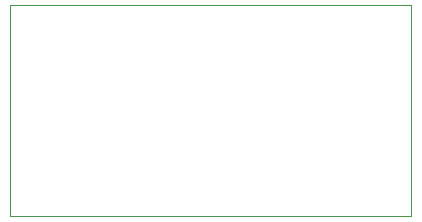
<source format=gbr>
%TF.GenerationSoftware,KiCad,Pcbnew,9.0.0*%
%TF.CreationDate,2025-04-24T23:51:43+03:00*%
%TF.ProjectId,3v3,3376332e-6b69-4636-9164-5f7063625858,rev?*%
%TF.SameCoordinates,Original*%
%TF.FileFunction,Profile,NP*%
%FSLAX46Y46*%
G04 Gerber Fmt 4.6, Leading zero omitted, Abs format (unit mm)*
G04 Created by KiCad (PCBNEW 9.0.0) date 2025-04-24 23:51:43*
%MOMM*%
%LPD*%
G01*
G04 APERTURE LIST*
%TA.AperFunction,Profile*%
%ADD10C,0.050000*%
%TD*%
G04 APERTURE END LIST*
D10*
X58768675Y-90790750D02*
X58768282Y-96927996D01*
X58768282Y-96927996D02*
X58768282Y-101118996D01*
X92725026Y-108678058D02*
X92725026Y-90790750D01*
X58768675Y-108678058D02*
X92725026Y-108678058D01*
X92725026Y-90790750D02*
X58768675Y-90790750D01*
X58768282Y-101118996D02*
X58768675Y-108678058D01*
M02*

</source>
